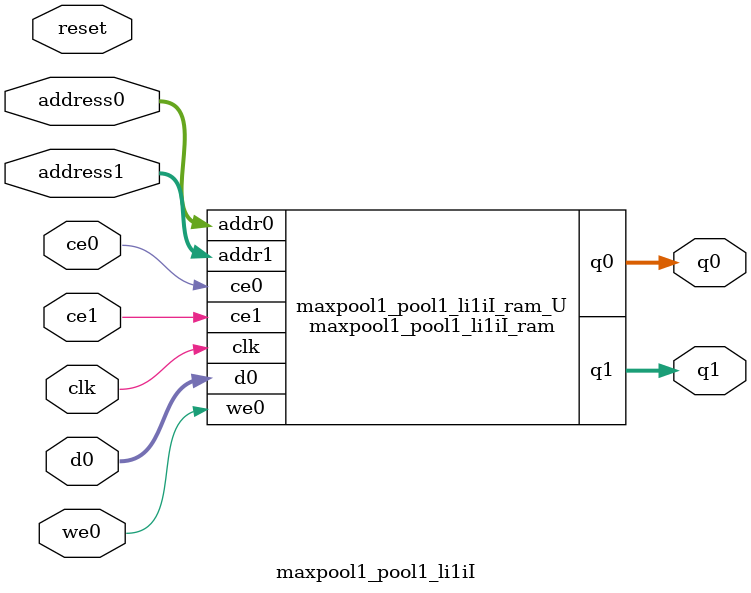
<source format=v>
`timescale 1 ns / 1 ps
module maxpool1_pool1_li1iI_ram (addr0, ce0, d0, we0, q0, addr1, ce1, q1,  clk);

parameter DWIDTH = 5;
parameter AWIDTH = 14;
parameter MEM_SIZE = 10240;

input[AWIDTH-1:0] addr0;
input ce0;
input[DWIDTH-1:0] d0;
input we0;
output reg[DWIDTH-1:0] q0;
input[AWIDTH-1:0] addr1;
input ce1;
output reg[DWIDTH-1:0] q1;
input clk;

(* ram_style = "block" *)reg [DWIDTH-1:0] ram[0:MEM_SIZE-1];




always @(posedge clk)  
begin 
    if (ce0) begin
        if (we0) 
            ram[addr0] <= d0; 
        q0 <= ram[addr0];
    end
end


always @(posedge clk)  
begin 
    if (ce1) begin
        q1 <= ram[addr1];
    end
end


endmodule

`timescale 1 ns / 1 ps
module maxpool1_pool1_li1iI(
    reset,
    clk,
    address0,
    ce0,
    we0,
    d0,
    q0,
    address1,
    ce1,
    q1);

parameter DataWidth = 32'd5;
parameter AddressRange = 32'd10240;
parameter AddressWidth = 32'd14;
input reset;
input clk;
input[AddressWidth - 1:0] address0;
input ce0;
input we0;
input[DataWidth - 1:0] d0;
output[DataWidth - 1:0] q0;
input[AddressWidth - 1:0] address1;
input ce1;
output[DataWidth - 1:0] q1;



maxpool1_pool1_li1iI_ram maxpool1_pool1_li1iI_ram_U(
    .clk( clk ),
    .addr0( address0 ),
    .ce0( ce0 ),
    .we0( we0 ),
    .d0( d0 ),
    .q0( q0 ),
    .addr1( address1 ),
    .ce1( ce1 ),
    .q1( q1 ));

endmodule


</source>
